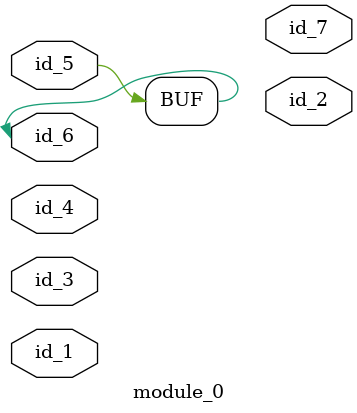
<source format=v>
module module_0 (
    id_1,
    id_2,
    id_3,
    id_4,
    id_5,
    id_6,
    id_7
);
  output id_7;
  input id_6;
  input id_5;
  input id_4;
  input id_3;
  output id_2;
  input id_1;
  assign id_5 = id_6;
endmodule

</source>
